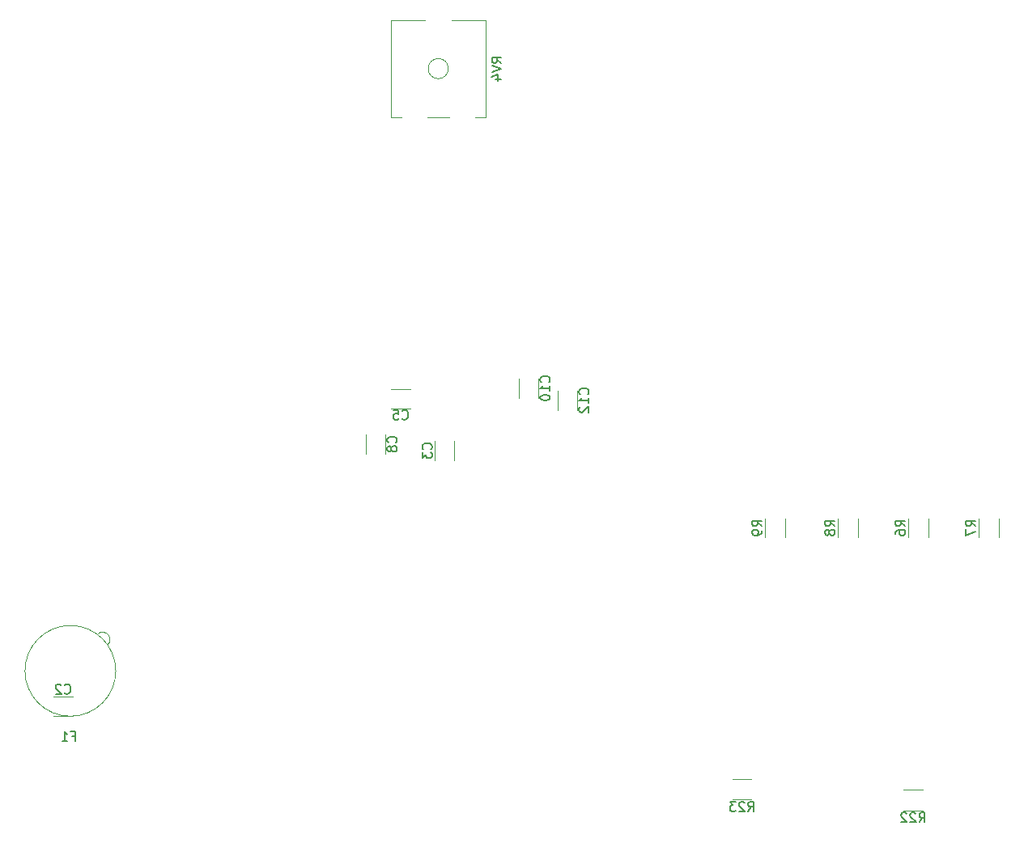
<source format=gbo>
G04 #@! TF.FileFunction,Legend,Bot*
%FSLAX46Y46*%
G04 Gerber Fmt 4.6, Leading zero omitted, Abs format (unit mm)*
G04 Created by KiCad (PCBNEW 4.0.7-e2-6376~61~ubuntu18.04.1) date Sat Mar 13 17:21:18 2021*
%MOMM*%
%LPD*%
G01*
G04 APERTURE LIST*
%ADD10C,0.100000*%
%ADD11C,0.120000*%
%ADD12C,0.150000*%
G04 APERTURE END LIST*
D10*
D11*
X95583500Y-117090000D02*
X97583500Y-117090000D01*
X97583500Y-119130000D02*
X95583500Y-119130000D01*
X135441500Y-92376500D02*
X135441500Y-90376500D01*
X137481500Y-90376500D02*
X137481500Y-92376500D01*
X132889500Y-86935500D02*
X130889500Y-86935500D01*
X130889500Y-84895500D02*
X132889500Y-84895500D01*
X130306000Y-89678000D02*
X130306000Y-91678000D01*
X128266000Y-91678000D02*
X128266000Y-89678000D01*
X146308000Y-83836000D02*
X146308000Y-85836000D01*
X144268000Y-85836000D02*
X144268000Y-83836000D01*
X150372000Y-85106000D02*
X150372000Y-87106000D01*
X148332000Y-87106000D02*
X148332000Y-85106000D01*
X101195500Y-111637000D02*
X101315500Y-111497000D01*
X101315500Y-111497000D02*
X101405500Y-111337000D01*
X101405500Y-111337000D02*
X101455500Y-111087000D01*
X101455500Y-111087000D02*
X101425500Y-110827000D01*
X101425500Y-110827000D02*
X101275500Y-110567000D01*
X101275500Y-110567000D02*
X101055500Y-110397000D01*
X101055500Y-110397000D02*
X100765500Y-110317000D01*
X100765500Y-110317000D02*
X100475500Y-110357000D01*
X100475500Y-110357000D02*
X100295500Y-110437000D01*
X100295500Y-110437000D02*
X100165500Y-110587000D01*
X102095500Y-114417000D02*
G75*
G03X102095500Y-114417000I-4750000J0D01*
G01*
X187125000Y-100441000D02*
X187125000Y-98441000D01*
X184985000Y-98441000D02*
X184985000Y-100441000D01*
X194491000Y-100441000D02*
X194491000Y-98441000D01*
X192351000Y-98441000D02*
X192351000Y-100441000D01*
X179759000Y-100441000D02*
X179759000Y-98441000D01*
X177619000Y-98441000D02*
X177619000Y-100441000D01*
X172139000Y-100441000D02*
X172139000Y-98441000D01*
X169999000Y-98441000D02*
X169999000Y-100441000D01*
X186483500Y-126882500D02*
X184483500Y-126882500D01*
X184483500Y-129022500D02*
X186483500Y-129022500D01*
X168576500Y-125739500D02*
X166576500Y-125739500D01*
X166576500Y-127879500D02*
X168576500Y-127879500D01*
X136874600Y-51388000D02*
G75*
G03X136874600Y-51388000I-1050000J0D01*
G01*
X140785600Y-56448000D02*
X140785600Y-46328000D01*
X130864600Y-56448000D02*
X130864600Y-46328000D01*
X140785600Y-56448000D02*
X139689600Y-56448000D01*
X136959600Y-56448000D02*
X134689600Y-56448000D01*
X131959600Y-56448000D02*
X130864600Y-56448000D01*
X140785600Y-46328000D02*
X137189600Y-46328000D01*
X134459600Y-46328000D02*
X130864600Y-46328000D01*
D12*
X96750166Y-116717143D02*
X96797785Y-116764762D01*
X96940642Y-116812381D01*
X97035880Y-116812381D01*
X97178738Y-116764762D01*
X97273976Y-116669524D01*
X97321595Y-116574286D01*
X97369214Y-116383810D01*
X97369214Y-116240952D01*
X97321595Y-116050476D01*
X97273976Y-115955238D01*
X97178738Y-115860000D01*
X97035880Y-115812381D01*
X96940642Y-115812381D01*
X96797785Y-115860000D01*
X96750166Y-115907619D01*
X96369214Y-115907619D02*
X96321595Y-115860000D01*
X96226357Y-115812381D01*
X95988261Y-115812381D01*
X95893023Y-115860000D01*
X95845404Y-115907619D01*
X95797785Y-116002857D01*
X95797785Y-116098095D01*
X95845404Y-116240952D01*
X96416833Y-116812381D01*
X95797785Y-116812381D01*
X135068643Y-91209834D02*
X135116262Y-91162215D01*
X135163881Y-91019358D01*
X135163881Y-90924120D01*
X135116262Y-90781262D01*
X135021024Y-90686024D01*
X134925786Y-90638405D01*
X134735310Y-90590786D01*
X134592452Y-90590786D01*
X134401976Y-90638405D01*
X134306738Y-90686024D01*
X134211500Y-90781262D01*
X134163881Y-90924120D01*
X134163881Y-91019358D01*
X134211500Y-91162215D01*
X134259119Y-91209834D01*
X134163881Y-91543167D02*
X134163881Y-92162215D01*
X134544833Y-91828881D01*
X134544833Y-91971739D01*
X134592452Y-92066977D01*
X134640071Y-92114596D01*
X134735310Y-92162215D01*
X134973405Y-92162215D01*
X135068643Y-92114596D01*
X135116262Y-92066977D01*
X135163881Y-91971739D01*
X135163881Y-91686024D01*
X135116262Y-91590786D01*
X135068643Y-91543167D01*
X132056166Y-88022643D02*
X132103785Y-88070262D01*
X132246642Y-88117881D01*
X132341880Y-88117881D01*
X132484738Y-88070262D01*
X132579976Y-87975024D01*
X132627595Y-87879786D01*
X132675214Y-87689310D01*
X132675214Y-87546452D01*
X132627595Y-87355976D01*
X132579976Y-87260738D01*
X132484738Y-87165500D01*
X132341880Y-87117881D01*
X132246642Y-87117881D01*
X132103785Y-87165500D01*
X132056166Y-87213119D01*
X131151404Y-87117881D02*
X131627595Y-87117881D01*
X131675214Y-87594071D01*
X131627595Y-87546452D01*
X131532357Y-87498833D01*
X131294261Y-87498833D01*
X131199023Y-87546452D01*
X131151404Y-87594071D01*
X131103785Y-87689310D01*
X131103785Y-87927405D01*
X131151404Y-88022643D01*
X131199023Y-88070262D01*
X131294261Y-88117881D01*
X131532357Y-88117881D01*
X131627595Y-88070262D01*
X131675214Y-88022643D01*
X131393143Y-90511334D02*
X131440762Y-90463715D01*
X131488381Y-90320858D01*
X131488381Y-90225620D01*
X131440762Y-90082762D01*
X131345524Y-89987524D01*
X131250286Y-89939905D01*
X131059810Y-89892286D01*
X130916952Y-89892286D01*
X130726476Y-89939905D01*
X130631238Y-89987524D01*
X130536000Y-90082762D01*
X130488381Y-90225620D01*
X130488381Y-90320858D01*
X130536000Y-90463715D01*
X130583619Y-90511334D01*
X130916952Y-91082762D02*
X130869333Y-90987524D01*
X130821714Y-90939905D01*
X130726476Y-90892286D01*
X130678857Y-90892286D01*
X130583619Y-90939905D01*
X130536000Y-90987524D01*
X130488381Y-91082762D01*
X130488381Y-91273239D01*
X130536000Y-91368477D01*
X130583619Y-91416096D01*
X130678857Y-91463715D01*
X130726476Y-91463715D01*
X130821714Y-91416096D01*
X130869333Y-91368477D01*
X130916952Y-91273239D01*
X130916952Y-91082762D01*
X130964571Y-90987524D01*
X131012190Y-90939905D01*
X131107429Y-90892286D01*
X131297905Y-90892286D01*
X131393143Y-90939905D01*
X131440762Y-90987524D01*
X131488381Y-91082762D01*
X131488381Y-91273239D01*
X131440762Y-91368477D01*
X131393143Y-91416096D01*
X131297905Y-91463715D01*
X131107429Y-91463715D01*
X131012190Y-91416096D01*
X130964571Y-91368477D01*
X130916952Y-91273239D01*
X147395143Y-84193143D02*
X147442762Y-84145524D01*
X147490381Y-84002667D01*
X147490381Y-83907429D01*
X147442762Y-83764571D01*
X147347524Y-83669333D01*
X147252286Y-83621714D01*
X147061810Y-83574095D01*
X146918952Y-83574095D01*
X146728476Y-83621714D01*
X146633238Y-83669333D01*
X146538000Y-83764571D01*
X146490381Y-83907429D01*
X146490381Y-84002667D01*
X146538000Y-84145524D01*
X146585619Y-84193143D01*
X147490381Y-85145524D02*
X147490381Y-84574095D01*
X147490381Y-84859809D02*
X146490381Y-84859809D01*
X146633238Y-84764571D01*
X146728476Y-84669333D01*
X146776095Y-84574095D01*
X146490381Y-85764571D02*
X146490381Y-85859810D01*
X146538000Y-85955048D01*
X146585619Y-86002667D01*
X146680857Y-86050286D01*
X146871333Y-86097905D01*
X147109429Y-86097905D01*
X147299905Y-86050286D01*
X147395143Y-86002667D01*
X147442762Y-85955048D01*
X147490381Y-85859810D01*
X147490381Y-85764571D01*
X147442762Y-85669333D01*
X147395143Y-85621714D01*
X147299905Y-85574095D01*
X147109429Y-85526476D01*
X146871333Y-85526476D01*
X146680857Y-85574095D01*
X146585619Y-85621714D01*
X146538000Y-85669333D01*
X146490381Y-85764571D01*
X151459143Y-85463143D02*
X151506762Y-85415524D01*
X151554381Y-85272667D01*
X151554381Y-85177429D01*
X151506762Y-85034571D01*
X151411524Y-84939333D01*
X151316286Y-84891714D01*
X151125810Y-84844095D01*
X150982952Y-84844095D01*
X150792476Y-84891714D01*
X150697238Y-84939333D01*
X150602000Y-85034571D01*
X150554381Y-85177429D01*
X150554381Y-85272667D01*
X150602000Y-85415524D01*
X150649619Y-85463143D01*
X151554381Y-86415524D02*
X151554381Y-85844095D01*
X151554381Y-86129809D02*
X150554381Y-86129809D01*
X150697238Y-86034571D01*
X150792476Y-85939333D01*
X150840095Y-85844095D01*
X150649619Y-86796476D02*
X150602000Y-86844095D01*
X150554381Y-86939333D01*
X150554381Y-87177429D01*
X150602000Y-87272667D01*
X150649619Y-87320286D01*
X150744857Y-87367905D01*
X150840095Y-87367905D01*
X150982952Y-87320286D01*
X151554381Y-86748857D01*
X151554381Y-87367905D01*
X97528833Y-121245571D02*
X97862167Y-121245571D01*
X97862167Y-121769381D02*
X97862167Y-120769381D01*
X97385976Y-120769381D01*
X96481214Y-121769381D02*
X97052643Y-121769381D01*
X96766929Y-121769381D02*
X96766929Y-120769381D01*
X96862167Y-120912238D01*
X96957405Y-121007476D01*
X97052643Y-121055095D01*
X184657381Y-99274334D02*
X184181190Y-98941000D01*
X184657381Y-98702905D02*
X183657381Y-98702905D01*
X183657381Y-99083858D01*
X183705000Y-99179096D01*
X183752619Y-99226715D01*
X183847857Y-99274334D01*
X183990714Y-99274334D01*
X184085952Y-99226715D01*
X184133571Y-99179096D01*
X184181190Y-99083858D01*
X184181190Y-98702905D01*
X183657381Y-100131477D02*
X183657381Y-99941000D01*
X183705000Y-99845762D01*
X183752619Y-99798143D01*
X183895476Y-99702905D01*
X184085952Y-99655286D01*
X184466905Y-99655286D01*
X184562143Y-99702905D01*
X184609762Y-99750524D01*
X184657381Y-99845762D01*
X184657381Y-100036239D01*
X184609762Y-100131477D01*
X184562143Y-100179096D01*
X184466905Y-100226715D01*
X184228810Y-100226715D01*
X184133571Y-100179096D01*
X184085952Y-100131477D01*
X184038333Y-100036239D01*
X184038333Y-99845762D01*
X184085952Y-99750524D01*
X184133571Y-99702905D01*
X184228810Y-99655286D01*
X192023381Y-99274334D02*
X191547190Y-98941000D01*
X192023381Y-98702905D02*
X191023381Y-98702905D01*
X191023381Y-99083858D01*
X191071000Y-99179096D01*
X191118619Y-99226715D01*
X191213857Y-99274334D01*
X191356714Y-99274334D01*
X191451952Y-99226715D01*
X191499571Y-99179096D01*
X191547190Y-99083858D01*
X191547190Y-98702905D01*
X191023381Y-99607667D02*
X191023381Y-100274334D01*
X192023381Y-99845762D01*
X177291381Y-99274334D02*
X176815190Y-98941000D01*
X177291381Y-98702905D02*
X176291381Y-98702905D01*
X176291381Y-99083858D01*
X176339000Y-99179096D01*
X176386619Y-99226715D01*
X176481857Y-99274334D01*
X176624714Y-99274334D01*
X176719952Y-99226715D01*
X176767571Y-99179096D01*
X176815190Y-99083858D01*
X176815190Y-98702905D01*
X176719952Y-99845762D02*
X176672333Y-99750524D01*
X176624714Y-99702905D01*
X176529476Y-99655286D01*
X176481857Y-99655286D01*
X176386619Y-99702905D01*
X176339000Y-99750524D01*
X176291381Y-99845762D01*
X176291381Y-100036239D01*
X176339000Y-100131477D01*
X176386619Y-100179096D01*
X176481857Y-100226715D01*
X176529476Y-100226715D01*
X176624714Y-100179096D01*
X176672333Y-100131477D01*
X176719952Y-100036239D01*
X176719952Y-99845762D01*
X176767571Y-99750524D01*
X176815190Y-99702905D01*
X176910429Y-99655286D01*
X177100905Y-99655286D01*
X177196143Y-99702905D01*
X177243762Y-99750524D01*
X177291381Y-99845762D01*
X177291381Y-100036239D01*
X177243762Y-100131477D01*
X177196143Y-100179096D01*
X177100905Y-100226715D01*
X176910429Y-100226715D01*
X176815190Y-100179096D01*
X176767571Y-100131477D01*
X176719952Y-100036239D01*
X169671381Y-99274334D02*
X169195190Y-98941000D01*
X169671381Y-98702905D02*
X168671381Y-98702905D01*
X168671381Y-99083858D01*
X168719000Y-99179096D01*
X168766619Y-99226715D01*
X168861857Y-99274334D01*
X169004714Y-99274334D01*
X169099952Y-99226715D01*
X169147571Y-99179096D01*
X169195190Y-99083858D01*
X169195190Y-98702905D01*
X169671381Y-99750524D02*
X169671381Y-99941000D01*
X169623762Y-100036239D01*
X169576143Y-100083858D01*
X169433286Y-100179096D01*
X169242810Y-100226715D01*
X168861857Y-100226715D01*
X168766619Y-100179096D01*
X168719000Y-100131477D01*
X168671381Y-100036239D01*
X168671381Y-99845762D01*
X168719000Y-99750524D01*
X168766619Y-99702905D01*
X168861857Y-99655286D01*
X169099952Y-99655286D01*
X169195190Y-99702905D01*
X169242810Y-99750524D01*
X169290429Y-99845762D01*
X169290429Y-100036239D01*
X169242810Y-100131477D01*
X169195190Y-100179096D01*
X169099952Y-100226715D01*
X186126357Y-130254881D02*
X186459691Y-129778690D01*
X186697786Y-130254881D02*
X186697786Y-129254881D01*
X186316833Y-129254881D01*
X186221595Y-129302500D01*
X186173976Y-129350119D01*
X186126357Y-129445357D01*
X186126357Y-129588214D01*
X186173976Y-129683452D01*
X186221595Y-129731071D01*
X186316833Y-129778690D01*
X186697786Y-129778690D01*
X185745405Y-129350119D02*
X185697786Y-129302500D01*
X185602548Y-129254881D01*
X185364452Y-129254881D01*
X185269214Y-129302500D01*
X185221595Y-129350119D01*
X185173976Y-129445357D01*
X185173976Y-129540595D01*
X185221595Y-129683452D01*
X185793024Y-130254881D01*
X185173976Y-130254881D01*
X184793024Y-129350119D02*
X184745405Y-129302500D01*
X184650167Y-129254881D01*
X184412071Y-129254881D01*
X184316833Y-129302500D01*
X184269214Y-129350119D01*
X184221595Y-129445357D01*
X184221595Y-129540595D01*
X184269214Y-129683452D01*
X184840643Y-130254881D01*
X184221595Y-130254881D01*
X168219357Y-129111881D02*
X168552691Y-128635690D01*
X168790786Y-129111881D02*
X168790786Y-128111881D01*
X168409833Y-128111881D01*
X168314595Y-128159500D01*
X168266976Y-128207119D01*
X168219357Y-128302357D01*
X168219357Y-128445214D01*
X168266976Y-128540452D01*
X168314595Y-128588071D01*
X168409833Y-128635690D01*
X168790786Y-128635690D01*
X167838405Y-128207119D02*
X167790786Y-128159500D01*
X167695548Y-128111881D01*
X167457452Y-128111881D01*
X167362214Y-128159500D01*
X167314595Y-128207119D01*
X167266976Y-128302357D01*
X167266976Y-128397595D01*
X167314595Y-128540452D01*
X167886024Y-129111881D01*
X167266976Y-129111881D01*
X166933643Y-128111881D02*
X166314595Y-128111881D01*
X166647929Y-128492833D01*
X166505071Y-128492833D01*
X166409833Y-128540452D01*
X166362214Y-128588071D01*
X166314595Y-128683310D01*
X166314595Y-128921405D01*
X166362214Y-129016643D01*
X166409833Y-129064262D01*
X166505071Y-129111881D01*
X166790786Y-129111881D01*
X166886024Y-129064262D01*
X166933643Y-129016643D01*
X142426981Y-50792762D02*
X141950790Y-50459428D01*
X142426981Y-50221333D02*
X141426981Y-50221333D01*
X141426981Y-50602286D01*
X141474600Y-50697524D01*
X141522219Y-50745143D01*
X141617457Y-50792762D01*
X141760314Y-50792762D01*
X141855552Y-50745143D01*
X141903171Y-50697524D01*
X141950790Y-50602286D01*
X141950790Y-50221333D01*
X141426981Y-51078476D02*
X142426981Y-51411809D01*
X141426981Y-51745143D01*
X141760314Y-52507048D02*
X142426981Y-52507048D01*
X141379362Y-52268952D02*
X142093648Y-52030857D01*
X142093648Y-52649905D01*
M02*

</source>
